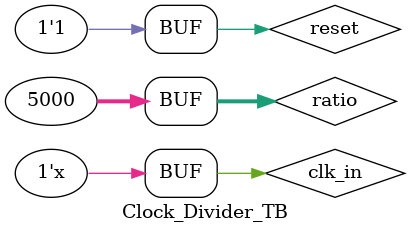
<source format=v>
`timescale 1ns / 1ps
module Clock_Divider_TB();
  
    wire clk_out;
    reg clk_in;
    reg reset;
    reg [31:0] ratio;
  
    Clock_Divider DUT(clk_in,clk_out,reset,ratio);
  
    initial begin
    clk_in=0;
    reset=0;
    #5 reset=1;
    end
  
    always #25 clk_in=~clk_in; //Input Clock signal of 20MHz Frequency
  
    initial begin
    ratio=32'd20_000; //Generates a Clock Signal of 1kHz frequency
    #10_000_000 ratio=32'd10_000; //Generates a Clock Signal of 2kHz frequency
    #10_000_000 ratio=32'd5_000; //Generates a Clock Signal of 4kHz frequency
    end
  
endmodule

</source>
